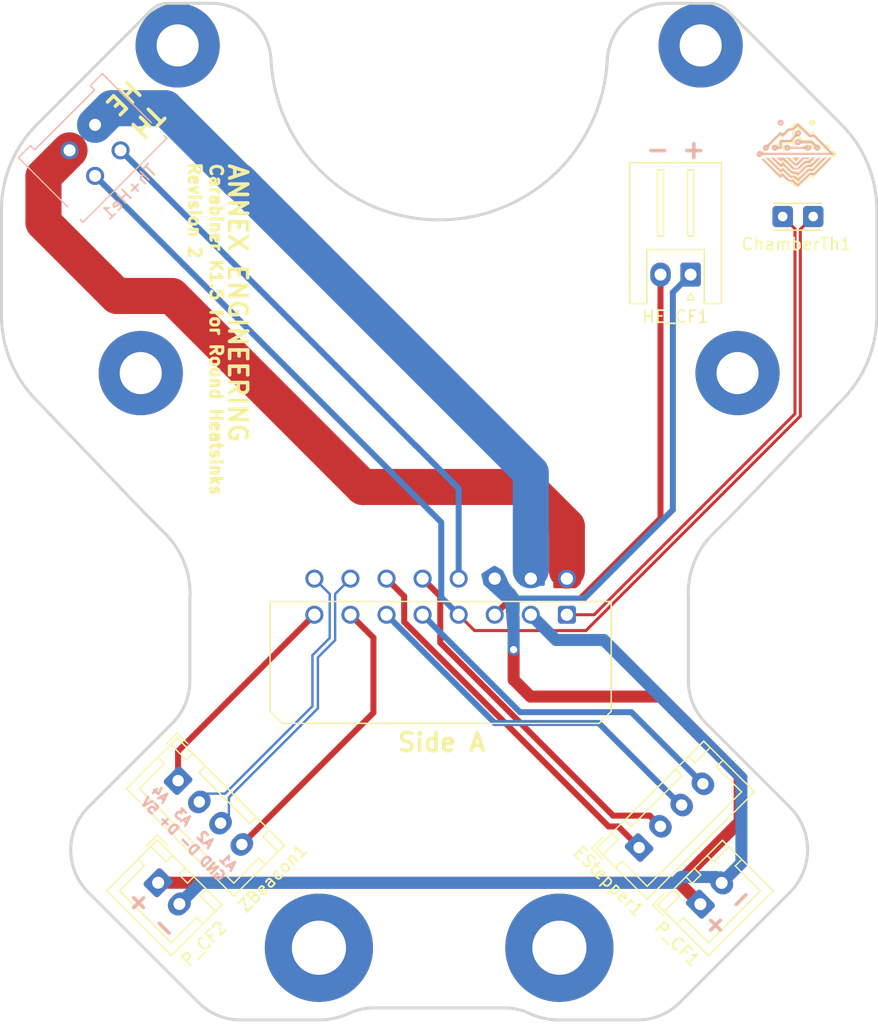
<source format=kicad_pcb>
(kicad_pcb (version 20211014) (generator pcbnew)
  (layers (0 "F.Cu" signal) (31 "B.Cu" signal) (34 "B.Paste" user) (35 "F.Paste" user) (36 "B.SilkS" user "B.Silkscreen") (37 "F.SilkS" user "F.Silkscreen") (38 "B.Mask" user) (39 "F.Mask" user) (44 "Edge.Cuts" user))
  (net 0 "")
  (net 1 "AltVolt")
  (net 2 "HotendFanGnd")
  (net 3 "ThChamber")
  (net 4 "PcFanGnd")
  (net 5 "ThCommonGnd")
  (net 6 "Stepper1A")
  (net 7 "Stepper1B")
  (net 8 "A1")
  (net 9 "A4")
  (net 10 "HotendVoltage")
  (net 11 "HotendNeg")
  (net 12 "ThHotend")
  (net 13 "Stepper2B")
  (net 14 "Stepper2A")
  (net 15 "A2-")
  (net 16 "A2+")
  (footprint "Connector_JST:JST_XH_B2B-XH-A_1x02_P2.50mm_Vertical" (layer "F.Cu") (at 38.735 104.775 -45)
    (fp_text reference "P_CF2" (at 6.286179 0.898026 225) (layer "F.SilkS"))
    (fp_text value "PcFan2")
    (pad "1" thru_hole roundrect (at 0 0 315) (size 1.7 2) (drill 1) (layers *.Cu *.Mask) (roundrect_rratio 0.1470588235) (net 1 "AltVolt"))
    (pad "2" thru_hole oval (at 2.5 0 315) (size 1.7 2) (drill 1) (layers *.Cu *.Mask) (net 4 "PcFanGnd"))
  )
  (footprint "Connector_JST:JST_XH_B4B-XH-A_1x04_P2.50mm_Vertical" (layer "F.Cu") (at 78.74 101.854 45)
    (fp_text reference "EStepper1" (at -3.771708 0.179605 135) (layer "F.SilkS"))
    (fp_text value "E-Stepper")
    (pad "1" thru_hole roundrect (at 0 0 45) (size 1.7 1.95) (drill 0.95) (layers *.Cu *.Mask) (roundrect_rratio 0.1470588235) (net 13 "Stepper2B"))
    (pad "2" thru_hole oval (at 2.5 0 45) (size 1.7 1.95) (drill 0.95) (layers *.Cu *.Mask) (net 14 "Stepper2A"))
    (pad "3" thru_hole oval (at 5 0 45) (size 1.7 1.95) (drill 0.95) (layers *.Cu *.Mask) (net 7 "Stepper1B"))
    (pad "4" thru_hole oval (at 7.5 0 45) (size 1.7 1.95) (drill 0.95) (layers *.Cu *.Mask) (net 6 "Stepper1A"))
  )
  (footprint "Connector_Molex:Molex_Micro-Fit_3.0_43045-1600_2x08_P3.00mm_Horizontal" (layer "F.Cu") (at 72.73 82.5 180)
    (fp_text reference "Carabiner_Input1" hide)
    (fp_text value "MF-Horizontal 43045-1621")
    (pad "" np_thru_hole circle locked (at 2.16 -4.32 180) (size 3 3) (drill 3) (layers *.Cu *.Mask))
    (pad "" np_thru_hole circle locked (at 18.86 -4.32 180) (size 3 3) (drill 3) (layers *.Cu *.Mask))
    (pad "1" thru_hole roundrect locked (at 0 0 180) (size 1.5 1.5) (drill 1.02) (layers *.Cu *.Mask) (roundrect_rratio 0.1666673333) (net 3 "ThChamber"))
    (pad "2" thru_hole circle locked (at 3 0 180) (size 1.5 1.5) (drill 1.02) (layers *.Cu *.Mask) (net 4 "PcFanGnd"))
    (pad "3" thru_hole circle locked (at 6 0 180) (size 1.5 1.5) (drill 1.02) (layers *.Cu *.Mask) (net 2 "HotendFanGnd"))
    (pad "4" thru_hole circle locked (at 9 0 180) (size 1.5 1.5) (drill 1.02) (layers *.Cu *.Mask) (net 5 "ThCommonGnd"))
    (pad "5" thru_hole circle locked (at 12 0 180) (size 1.5 1.5) (drill 1.02) (layers *.Cu *.Mask) (net 6 "Stepper1A"))
    (pad "6" thru_hole circle locked (at 15 0 180) (size 1.5 1.5) (drill 1.02) (layers *.Cu *.Mask) (net 7 "Stepper1B"))
    (pad "7" thru_hole circle locked (at 18 0 180) (size 1.5 1.5) (drill 1.02) (layers *.Cu *.Mask) (net 8 "A1"))
    (pad "8" thru_hole circle locked (at 21 0 180) (size 1.5 1.5) (drill 1.02) (layers *.Cu *.Mask) (net 9 "A4"))
    (pad "9" thru_hole circle locked (at 0 3 180) (size 1.5 1.5) (drill 1.02) (layers *.Cu *.Mask) (net 10 "HotendVoltage"))
    (pad "10" thru_hole circle locked (at 3 3 180) (size 1.5 1.5) (drill 1.02) (layers *.Cu *.Mask) (net 11 "HotendNeg"))
    (pad "11" thru_hole circle locked (at 6 3 180) (size 1.5 1.5) (drill 1.02) (layers *.Cu *.Mask) (net 1 "AltVolt"))
    (pad "12" thru_hole circle locked (at 9 3 180) (size 1.5 1.5) (drill 1.02) (layers *.Cu *.Mask) (net 12 "ThHotend"))
    (pad "13" thru_hole circle locked (at 12 3 180) (size 1.5 1.5) (drill 1.02) (layers *.Cu *.Mask) (net 14 "Stepper2A"))
    (pad "14" thru_hole circle locked (at 15 3 180) (size 1.5 1.5) (drill 1.02) (layers *.Cu *.Mask) (net 13 "Stepper2B"))
    (pad "15" thru_hole circle locked (at 18 3 180) (size 1.5 1.5) (drill 1.02) (layers *.Cu *.Mask) (net 15 "A2-"))
    (pad "16" thru_hole circle locked (at 21 3 180) (size 1.5 1.5) (drill 1.02) (layers *.Cu *.Mask) (net 16 "A2+"))
  )
  (footprint "Annex:0603_to_1206_THT" (layer "F.Cu") (at 91.948 49.403)
    (fp_text reference "ChamberTh1" (at -0.127 2.286) (layer "F.SilkS"))
    (fp_text value "Thermistor")
    (pad "1" thru_hole roundrect locked (at -1.27 0) (size 1.7 1.75) (drill 0.8) (layers *.Cu *.Mask) (roundrect_rratio 0.175) (net 3 "ThChamber"))
    (pad "2" thru_hole roundrect locked (at 1.27 0) (size 1.7 1.75) (drill 0.8) (layers *.Cu *.Mask) (roundrect_rratio 0.175) (net 5 "ThCommonGnd"))
  )
  (footprint "MountingHole:MountingHole_3.5mm_Pad" (layer "F.Cu") (at 37.287074 62.414644)
    (fp_text reference "H5" hide)
    (fp_text value "MountingHole")
    (pad "1" thru_hole circle (at 0 0) (size 7 7) (drill 3.5) (layers *.Cu *.Mask))
  )
  (footprint "MountingHole:MountingHole_4.5mm_Pad" (layer "F.Cu") (at 52.106522 110.180268)
    (fp_text reference "H1" hide)
    (fp_text value "MountingHole")
    (pad "1" thru_hole circle (at 0 0) (size 9 9) (drill 4.5) (layers *.Cu *.Mask))
  )
  (footprint "MountingHole:MountingHole_3.5mm_Pad" (layer "F.Cu") (at 86.92597 62.414644)
    (fp_text reference "H4" hide)
    (fp_text value "MountingHole")
    (pad "1" thru_hole circle (at 0 0) (size 7 7) (drill 3.5) (layers *.Cu *.Mask))
  )
  (footprint "MountingHole:MountingHole_3.5mm_Pad" (layer "F.Cu") (at 83.856522 35.180268)
    (fp_text reference "H3" hide)
    (fp_text value "MountingHole")
    (pad "1" thru_hole circle (at 0 0) (size 7 7) (drill 3.5) (layers *.Cu *.Mask))
  )
  (footprint "MountingHole:MountingHole_3.5mm_Pad" (layer "F.Cu") (at 40.356522 35.180268)
    (fp_text reference "H6" hide)
    (fp_text value "MountingHole")
    (pad "1" thru_hole circle (at 0 0) (size 7 7) (drill 3.5) (layers *.Cu *.Mask))
  )
  (footprint "Connector_JST:JST_XH_B4B-XH-A_1x04_P2.50mm_Vertical" (layer "F.Cu") (at 40.391581 96.291119 -45)
    (fp_text reference "ZBeacon1" (at 11.293415 0.16579 45) (layer "F.SilkS"))
    (fp_text value "Probe")
    (pad "1" thru_hole roundrect (at 0 0 315) (size 1.7 1.95) (drill 0.95) (layers *.Cu *.Mask) (roundrect_rratio 0.1470588235) (net 9 "A4"))
    (pad "2" thru_hole oval (at 2.5 0 315) (size 1.7 1.95) (drill 0.95) (layers *.Cu *.Mask) (net 16 "A2+"))
    (pad "3" thru_hole oval (at 5 0 315) (size 1.7 1.95) (drill 0.95) (layers *.Cu *.Mask) (net 15 "A2-"))
    (pad "4" thru_hole oval (at 7.5 0 315) (size 1.7 1.95) (drill 0.95) (layers *.Cu *.Mask) (net 8 "A1"))
  )
  (footprint "MountingHole:MountingHole_4.5mm_Pad" (layer "F.Cu") (at 72.106522 110.180268)
    (fp_text reference "H2" hide)
    (fp_text value "MountingHole")
    (pad "1" thru_hole circle (at 0 0) (size 9 9) (drill 4.5) (layers *.Cu *.Mask))
  )
  (footprint "Connector_JST:JST_XH_S2B-XH-A_1x02_P2.50mm_Horizontal" (layer "F.Cu") (at 83.018 54.229 180)
    (fp_text reference "HE_CF1" (at 1.25 -3.5) (layer "F.SilkS"))
    (fp_text value "HotendFan")
    (pad "1" thru_hole roundrect (at 0 0 180) (size 1.7 2) (drill 1) (layers *.Cu *.Mask) (roundrect_rratio 0.1470588235) (net 1 "AltVolt"))
    (pad "2" thru_hole oval (at 2.5 0 180) (size 1.7 2) (drill 1) (layers *.Cu *.Mask) (net 2 "HotendFanGnd"))
  )
  (footprint "Connector_JST:JST_XH_B2B-XH-A_1x02_P2.50mm_Vertical" (layer "F.Cu") (at 83.834886 106.557653 45)
    (fp_text reference "P_CF1" (at -3.689141 0.974012 135) (layer "F.SilkS"))
    (fp_text value "PcFan1")
    (pad "1" thru_hole roundrect (at 0 0 45) (size 1.7 2) (drill 1) (layers *.Cu *.Mask) (roundrect_rratio 0.1470588235) (net 1 "AltVolt"))
    (pad "2" thru_hole oval (at 2.5 0 45) (size 1.7 2) (drill 1) (layers *.Cu *.Mask) (net 4 "PcFanGnd"))
  )
  (footprint "ANNEX:AnnexLogoFSilk" (layer "F.Cu") (at 91.948 44.196)
    (fp_text reference "LOGO2" hide)
    (fp_text value "Logo_Open_Hardware_Small" hide)
  )
  (footprint "ANNEX:AnnexLogoFSilk" (layer "B.Cu") (at 91.694 44.196 180)
    (fp_text reference "LOGO1" hide)
    (fp_text value "Logo_Open_Hardware_Small" hide)
  )
  (footprint "Connector_Molex:Molex_Micro-Fit_3.0_43045-0412_2x02_P3.00mm_Vertical" (layer "B.Cu") (at 33.488551 41.781231 -135)
    (fp_text reference "Th+He1" (at 1.949013 -5.956115 45) (layer "B.SilkS") (effects (justify mirror)))
    (fp_text value "HE/PT1000 MF 206832-0401")
    (pad "" np_thru_hole circle (at 6 -3.94 225) (size 1 1) (drill 1) (layers *.Cu *.Mask))
    (pad "" np_thru_hole circle (at -3 -3.94 225) (size 1 1) (drill 1) (layers *.Cu *.Mask))
    (pad "1" thru_hole roundrect (at 0 0 225) (size 1.5 1.5) (drill 1) (layers *.Cu *.Mask) (roundrect_rratio 0.1666673333) (net 11 "HotendNeg"))
    (pad "2" thru_hole circle (at 3 0 225) (size 1.5 1.5) (drill 1) (layers *.Cu *.Mask) (net 10 "HotendVoltage"))
    (pad "3" thru_hole circle (at 0 -3 225) (size 1.5 1.5) (drill 1) (layers *.Cu *.Mask) (net 12 "ThHotend"))
    (pad "4" thru_hole circle (at 3 -3 225) (size 1.5 1.5) (drill 1) (layers *.Cu *.Mask) (net 5 "ThCommonGnd"))
  )
  (gr_arc (start 28.491708 64.549428) (mid 26.428911 61.356836) (end 25.706522 57.625089) (layer "Edge.Cuts") (width 0.25))
  (gr_arc (start 91.284523 98.502598) (mid 92.748987 102.038131) (end 91.284523 105.573666) (layer "Edge.Cuts") (width 0.25))
  (gr_arc (start 45.60619 116.180268) (mid 43.692773 115.799666) (end 42.070656 114.715802) (layer "Edge.Cuts") (width 0.25))
  (gr_line (start 86.070736 32.266054) (end 95.57759 41.772909) (layer "Edge.Cuts") (width 0.25))
  (gr_arc (start 98.506522 57.625089) (mid 97.784126 61.356831) (end 95.721336 64.549428) (layer "Edge.Cuts") (width 0.25))
  (gr_arc (start 43.132856 31.680268) (mid 46.574092 33.052887) (end 48.125926 36.41711) (layer "Edge.Cuts") (width 0.25))
  (gr_line (start 37.634954 74.076232) (end 28.491708 64.549428) (layer "Edge.Cuts") (width 0.25))
  (gr_line (start 82.840501 87.987508) (end 82.840501 81.192672) (layer "Edge.Cuts") (width 0.25))
  (gr_line (start 91.284523 98.502598) (end 84.304967 91.523042) (layer "Edge.Cuts") (width 0.25))
  (gr_arc (start 95.57759 41.772909) (mid 97.745314 45.017143) (end 98.506522 48.843976) (layer "Edge.Cuts") (width 0.25))
  (gr_arc (start 82.840501 81.192672) (mid 83.272668 78.265829) (end 84.87536 75.778962) (layer "Edge.Cuts") (width 0.25))
  (gr_line (start 43.132856 31.680268) (end 39.556522 31.680268) (layer "Edge.Cuts") (width 0.25))
  (gr_arc (start 39.337684 75.778962) (mid 40.940361 78.265839) (end 41.372543 81.192672) (layer "Edge.Cuts") (width 0.25))
  (gr_arc (start 72.106522 116.180268) (mid 70.827317 116.042318) (end 69.606935 115.634813) (layer "Edge.Cuts") (width 0.25))
  (gr_arc (start 82.142388 114.715802) (mid 80.520273 115.799676) (end 78.606854 116.180268) (layer "Edge.Cuts") (width 0.25))
  (gr_arc (start 38.142308 32.266054) (mid 38.791155 31.832509) (end 39.556522 31.680268) (layer "Edge.Cuts") (width 0.25))
  (gr_arc (start 76.087118 36.41711) (mid 77.638952 33.052885) (end 81.080188 31.680268) (layer "Edge.Cuts") (width 0.25))
  (gr_line (start 42.070656 114.715802) (end 32.928521 105.573666) (layer "Edge.Cuts") (width 0.25))
  (gr_line (start 98.506522 48.843976) (end 98.506522 57.625089) (layer "Edge.Cuts") (width 0.25))
  (gr_line (start 32.928521 98.502598) (end 39.908077 91.523042) (layer "Edge.Cuts") (width 0.25))
  (gr_arc (start 67.523946 115.180268) (mid 68.589948 115.295231) (end 69.606935 115.634813) (layer "Edge.Cuts") (width 0.25))
  (gr_line (start 52.106522 116.180268) (end 45.60619 116.180268) (layer "Edge.Cuts") (width 0.25))
  (gr_arc (start 84.656522 31.680268) (mid 85.421889 31.832509) (end 86.070736 32.266054) (layer "Edge.Cuts") (width 0.25))
  (gr_arc (start 41.372543 87.987508) (mid 40.991941 89.900925) (end 39.908077 91.523042) (layer "Edge.Cuts") (width 0.25))
  (gr_line (start 84.656522 31.680268) (end 81.080188 31.680268) (layer "Edge.Cuts") (width 0.25))
  (gr_line (start 41.372543 87.987508) (end 41.372543 81.192672) (layer "Edge.Cuts") (width 0.25))
  (gr_line (start 86.656522 73.99451) (end 86.656522 73.9978) (layer "Edge.Cuts") (width 0.25))
  (gr_arc (start 76.087118 36.41711) (mid 62.106522 49.680268) (end 48.125926 36.41711) (layer "Edge.Cuts") (width 0.25))
  (gr_arc (start 84.304967 91.523042) (mid 83.221103 89.900925) (end 82.840501 87.987508) (layer "Edge.Cuts") (width 0.25))
  (gr_line (start 86.656522 73.99451) (end 95.721336 64.549428) (layer "Edge.Cuts") (width 0.25))
  (gr_line (start 39.337684 75.778962) (end 37.634954 74.076232) (layer "Edge.Cuts") (width 0.25))
  (gr_line (start 25.706522 48.843976) (end 25.706522 57.625089) (layer "Edge.Cuts") (width 0.25))
  (gr_line (start 38.142308 32.266054) (end 28.635454 41.772909) (layer "Edge.Cuts") (width 0.25))
  (gr_arc (start 32.928521 105.573666) (mid 31.464055 102.038132) (end 32.928521 98.502598) (layer "Edge.Cuts") (width 0.25))
  (gr_arc (start 54.606109 115.634813) (mid 55.623094 115.295225) (end 56.689098 115.180268) (layer "Edge.Cuts") (width 0.25))
  (gr_line (start 72.106522 116.180268) (end 78.606854 116.180268) (layer "Edge.Cuts") (width 0.25))
  (gr_line (start 84.87536 75.778962) (end 86.656522 73.9978) (layer "Edge.Cuts") (width 0.25))
  (gr_arc (start 54.606109 115.634813) (mid 53.385726 116.042318) (end 52.106522 116.180268) (layer "Edge.Cuts") (width 0.25))
  (gr_line (start 67.523946 115.180268) (end 56.689098 115.180268) (layer "Edge.Cuts") (width 0.25))
  (gr_line (start 82.142388 114.715802) (end 91.284523 105.573666) (layer "Edge.Cuts") (width 0.25))
  (gr_arc (start 25.706522 48.843976) (mid 26.467727 45.017142) (end 28.635454 41.772909) (layer "Edge.Cuts") (width 0.25))
  (gr_text "+ -" (at 86.233 107.315 225) (layer "B.SilkS") (effects (font (size 1.5 1.5) (thickness 0.3)) (justify mirror)))
  (gr_text "+ -" (at 38.1 107.569 135) (layer "B.SilkS") (effects (font (size 1.5 1.5) (thickness 0.3)) (justify mirror)))
  (gr_text "+ -" (at 81.788 43.815) (layer "B.SilkS") (effects (font (size 1.5 1.5) (thickness 0.3)) (justify mirror)))
  (gr_text "A1  A2  A3  A4\nGND D- D+ 5V" (at 41.275 100.711 315) (layer "B.SilkS") (effects (font (size 0.8 0.8) (thickness 0.2)) (justify mirror)))
  (gr_text "HE" (at 35.941 39.624 45) (layer "F.SilkS") (effects (font (size 1.5 1.5) (thickness 0.3)) (justify mirror)))
  (gr_text "Revision 2" (at 41.783 48.895 -90) (layer "F.SilkS") (effects (font (size 1 1) (thickness 0.25))))
  (gr_text "ANNEX ENGINEERING" (at 45.36 56.598 -90) (layer "F.SilkS") (effects (font (size 1.5 1.5) (thickness 0.3))))
  (gr_text "Carabiner K1.5 for Round Heatsinks" (at 43.561 58.801 -90) (layer "F.SilkS") (effects (font (size 1 1) (thickness 0.25))))
  (gr_text "Side A" (at 62.31 93.11) (layer "F.SilkS") (effects (font (size 1.5 1.5) (thickness 0.3))))
  (gr_text "TH" (at 37.846 41.529 225) (layer "F.SilkS") (effects (font (size 1.5 1.5) (thickness 0.3))))
  (segment (start 87.1 95.9) (end 87.1 99.7) (width 1) (layer "F.Cu") (net 1))
  (segment (start 69.7 89.3) (end 80.5 89.3) (width 1) (layer "F.Cu") (net 1))
  (segment (start 82.052233 104.747767) (end 87.1 99.7) (width 1) (layer "F.Cu") (net 1))
  (segment (start 68.3 85.4) (end 68.3 87.9) (width 1) (layer "F.Cu") (net 1))
  (segment (start 68.3 87.9) (end 69.7 89.3) (width 1) (layer "F.Cu") (net 1))
  (segment (start 82.052233 104.775) (end 38.735 104.775) (width 1) (layer "F.Cu") (net 1))
  (segment (start 83.834886 106.557653) (end 82.052233 104.775) (width 1) (layer "F.Cu") (net 1))
  (segment (start 80.5 89.3) (end 87.1 95.9) (width 1) (layer "F.Cu") (net 1))
  (segment (start 82.052233 104.775) (end 82.052233 104.747767) (width 1) (layer "F.Cu") (net 1))
  (via (at 68.3 85.4) (size 1) (drill 0.6) (layers "F.Cu" "B.Cu") (net 1))
  (segment (start 68.383 81.153) (end 74.168 81.153) (width 0.5) (layer "B.Cu") (net 1))
  (segment (start 81.545 73.776) (end 81.545 55.702) (width 0.5) (layer "B.Cu") (net 1))
  (segment (start 66.73 79.5) (end 68.383 81.153) (width 0.5) (layer "B.Cu") (net 1))
  (segment (start 74.168 81.153) (end 81.545 73.776) (width 0.5) (layer "B.Cu") (net 1))
  (segment (start 68.3 85.4) (end 68.3 83.8) (width 1) (layer "B.Cu") (net 1))
  (segment (start 81.545 55.702) (end 83.018 54.229) (width 0.5) (layer "B.Cu") (net 1))
  (segment (start 68.03 81.2) (end 73.8 81.2) (width 0.5) (layer "F.Cu") (net 2))
  (segment (start 80.518 74.482) (end 80.518 54.229) (width 0.5) (layer "F.Cu") (net 2))
  (segment (start 66.73 82.5) (end 68.03 81.2) (width 0.5) (layer "F.Cu") (net 2))
  (segment (start 73.8 81.2) (end 80.518 74.482) (width 0.5) (layer "F.Cu") (net 2))
  (segment (start 91.7 65.8) (end 91.7 50.425) (width 0.25) (layer "F.Cu") (net 3))
  (segment (start 75 82.5) (end 91.7 65.8) (width 0.25) (layer "F.Cu") (net 3))
  (segment (start 91.7 50.425) (end 90.678 49.403) (width 0.25) (layer "F.Cu") (net 3))
  (segment (start 72.73 82.5) (end 75 82.5) (width 0.25) (layer "F.Cu") (net 3))
  (segment (start 82.2 104.3) (end 85.112767 104.3) (width 1) (layer "B.Cu") (net 4))
  (segment (start 87.246269 96.046269) (end 75.8 84.6) (width 1) (layer "B.Cu") (net 4))
  (segment (start 81.710114 104.789886) (end 82.2 104.3) (width 1) (layer "B.Cu") (net 4))
  (segment (start 42.255648 104.789886) (end 40.502767 106.542767) (width 1) (layer "B.Cu") (net 4))
  (segment (start 87.246269 103.146269) (end 87.246269 96.046269) (width 1) (layer "B.Cu") (net 4))
  (segment (start 85.602653 104.789886) (end 87.246269 103.146269) (width 1) (layer "B.Cu") (net 4))
  (segment (start 42.255648 104.789886) (end 81.710114 104.789886) (width 1) (layer "B.Cu") (net 4))
  (segment (start 85.112767 104.3) (end 85.602653 104.789886) (width 1) (layer "B.Cu") (net 4))
  (segment (start 75.8 84.6) (end 71.83 84.6) (width 1) (layer "B.Cu") (net 4))
  (segment (start 71.83 84.6) (end 69.73 82.5) (width 1) (layer "B.Cu") (net 4))
  (segment (start 74.318198 83.818198) (end 92.15 65.986396) (width 0.25) (layer "F.Cu") (net 5))
  (segment (start 63.73 82.5) (end 65.048198 83.818198) (width 0.25) (layer "F.Cu") (net 5))
  (segment (start 65.048198 83.818198) (end 74.318198 83.818198) (width 0.25) (layer "F.Cu") (net 5))
  (segment (start 92.15 50.471) (end 93.218 49.403) (width 0.25) (layer "F.Cu") (net 5))
  (segment (start 92.15 65.986396) (end 92.15 50.471) (width 0.25) (layer "F.Cu") (net 5))
  (segment (start 62.2808 81.0508) (end 62.2808 74.816121) (width 0.5) (layer "B.Cu") (net 5))
  (segment (start 63.73 82.5) (end 62.2808 81.0508) (width 0.5) (layer "B.Cu") (net 5))
  (segment (start 62.2808 74.816121) (end 33.488551 46.023872) (width 0.5) (layer "B.Cu") (net 5))
  (segment (start 60.73 82.5) (end 68.83 90.6) (width 0.5) (layer "B.Cu") (net 6))
  (segment (start 78.092602 90.6) (end 84.043301 96.550699) (width 0.5) (layer "B.Cu") (net 6))
  (segment (start 68.83 90.6) (end 78.092602 90.6) (width 0.5) (layer "B.Cu") (net 6))
  (segment (start 57.73 82.5) (end 66.73 91.5) (width 0.5) (layer "B.Cu") (net 7))
  (segment (start 82.189466 98.318466) (end 82.275534 98.318466) (width 0.5) (layer "B.Cu") (net 7))
  (segment (start 66.73 91.5) (end 75.371 91.5) (width 0.5) (layer "B.Cu") (net 7))
  (segment (start 75.371 91.5) (end 82.189466 98.318466) (width 0.5) (layer "B.Cu") (net 7))
  (segment (start 45.694882 101.59442) (end 56.642 90.647302) (width 0.5) (layer "F.Cu") (net 8))
  (segment (start 56.642 84.412) (end 54.73 82.5) (width 0.5) (layer "F.Cu") (net 8))
  (segment (start 56.642 90.647302) (end 56.642 84.412) (width 0.5) (layer "F.Cu") (net 8))
  (segment (start 54.73 82.5) (end 54.73 82.88924) (width 0.25) (layer "B.Cu") (net 8))
  (segment (start 40.391581 93.838419) (end 51.73 82.5) (width 0.5) (layer "F.Cu") (net 9))
  (segment (start 40.391581 96.291119) (end 40.391581 93.838419) (width 0.5) (layer "F.Cu") (net 9))
  (segment (start 72.73 75.143) (end 72.73 78.83) (width 3) (layer "F.Cu") (net 10))
  (segment (start 31.367231 43.902551) (end 29.2 46.069782) (width 3) (layer "F.Cu") (net 10))
  (segment (start 55.753 71.882) (end 69.469 71.882) (width 3) (layer "F.Cu") (net 10))
  (segment (start 69.469 71.882) (end 72.73 75.143) (width 3) (layer "F.Cu") (net 10))
  (segment (start 35.306 56.007) (end 39.878 56.007) (width 3) (layer "F.Cu") (net 10))
  (segment (start 39.878 56.007) (end 55.753 71.882) (width 3) (layer "F.Cu") (net 10))
  (segment (start 29.2 46.069782) (end 29.2 49.901) (width 3) (layer "F.Cu") (net 10))
  (segment (start 29.2 49.901) (end 35.306 56.007) (width 3) (layer "F.Cu") (net 10))
  (segment (start 39.345873 40.4) (end 45.4 46.454127) (width 3) (layer "B.Cu") (net 11))
  (segment (start 69.73 70.6952) (end 69.73 78.803) (width 3) (layer "B.Cu") (net 11))
  (segment (start 34.869782 40.4) (end 39.345873 40.4) (width 3) (layer "B.Cu") (net 11))
  (segment (start 33.488551 41.781231) (end 34.869782 40.4) (width 3) (layer "B.Cu") (net 11))
  (segment (start 45.488927 46.454127) (end 69.73 70.6952) (width 3) (layer "B.Cu") (net 11))
  (segment (start 45.4 46.454127) (end 45.488927 46.454127) (width 3) (layer "B.Cu") (net 11))
  (segment (start 60.18572 68.4784) (end 60.198 68.4784) (width 0.5) (layer "B.Cu") (net 12))
  (segment (start 63.73 72.0104) (end 63.73 79.5) (width 0.5) (layer "B.Cu") (net 12))
  (segment (start 35.609871 43.902551) (end 60.18572 68.4784) (width 0.5) (layer "B.Cu") (net 12))
  (segment (start 60.198 68.4784) (end 63.73 72.0104) (width 0.5) (layer "B.Cu") (net 12))
  (segment (start 78.74 101.854) (end 78.74 101.84) (width 0.5) (layer "F.Cu") (net 13))
  (segment (start 78.74 101.84) (end 77 100.1) (width 0.5) (layer "F.Cu") (net 13))
  (segment (start 59.2 80.97) (end 57.73 79.5) (width 0.5) (layer "F.Cu") (net 13))
  (segment (start 76.2 100.1) (end 59.2 83.1) (width 0.5) (layer "F.Cu") (net 13))
  (segment (start 77 100.1) (end 76.2 100.1) (width 0.5) (layer "F.Cu") (net 13))
  (segment (start 59.2 83.1) (end 59.2 80.97) (width 0.5) (layer "F.Cu") (net 13))
  (segment (start 62.2 84.827208) (end 76.572792 99.2) (width 0.5) (layer "F.Cu") (net 14))
  (segment (start 76.572792 99.2) (end 79.621534 99.2) (width 0.5) (layer "F.Cu") (net 14))
  (segment (start 62.2 80.97) (end 62.2 84.827208) (width 0.5) (layer "F.Cu") (net 14))
  (segment (start 79.621534 99.2) (end 80.507767 100.086233) (width 0.5) (layer "F.Cu") (net 14))
  (segment (start 60.73 79.5) (end 62.2 80.97) (width 0.5) (layer "F.Cu") (net 14))
  (segment (start 52.019999 90.284199) (end 44.616544 97.687654) (width 0.2) (layer "B.Cu") (net 15))
  (segment (start 54.73 79.5) (end 53.455001 80.774999) (width 0.2) (layer "B.Cu") (net 15))
  (segment (start 43.927115 99.826653) (end 44.616544 99.137224) (width 0.2) (layer "B.Cu") (net 15))
  (segment (start 44.616544 97.687654) (end 44.616544 99.137224) (width 0.2) (layer "B.Cu") (net 15))
  (segment (start 53.455001 80.774999) (end 53.455001 84.618702) (width 0.2) (layer "B.Cu") (net 15))
  (segment (start 52.019999 86.053704) (end 52.019999 90.284199) (width 0.2) (layer "B.Cu") (net 15))
  (segment (start 53.455001 84.618702) (end 52.019999 86.053704) (width 0.2) (layer "B.Cu") (net 15))
  (segment (start 44.298347 97.369457) (end 42.848777 97.369457) (width 0.2) (layer "B.Cu") (net 16))
  (segment (start 51.73 79.5) (end 53.004999 80.774999) (width 0.2) (layer "B.Cu") (net 16))
  (segment (start 53.004999 80.774999) (end 53.004999 84.432335) (width 0.2) (layer "B.Cu") (net 16))
  (segment (start 51.570018 90.097786) (end 44.298347 97.369457) (width 0.2) (layer "B.Cu") (net 16))
  (segment (start 42.848777 97.369457) (end 42.159348 98.058886) (width 0.2) (layer "B.Cu") (net 16))
  (segment (start 53.004999 84.432335) (end 51.570018 85.867316) (width 0.2) (layer "B.Cu") (net 16))
  (segment (start 51.570018 85.867316) (end 51.570018 90.097786) (width 0.2) (layer "B.Cu") (net 16))
  (zone (net 10) (net_name "HotendVoltage") (layer "F.Cu") (connect_pads yes (clearance 0.508)) (min_thickness 0.254) (fill yes (thermal_gap 0.508) (thermal_bridge_width 1.016))
    (polygon (pts (xy 73.9 80.3) (xy 71.6 80.3) (xy 71.6 77.1) (xy 73.9 77.1)))
  )
  (zone (net 1) (net_name "AltVolt") (layer "B.Cu") (priority 1) (connect_pads yes (clearance 0.2)) (min_thickness 0.254) (fill yes (thermal_gap 0.508) (thermal_bridge_width 1.016))
    (polygon (pts (xy 67.4 78.8) (xy 67.7 79.4) (xy 68.8 81) (xy 68.8 84) (xy 68.6 84.5) (xy 67.800189 83.895661) (xy 67.6 81.6) (xy 67 81.1) (xy 65.8 80) (xy 65.6 79.1) (xy 66.7 78.4)))
  )
  (zone (net 11) (net_name "HotendNeg") (layer "B.Cu") (connect_pads yes (clearance 0.6)) (min_thickness 0.254) (fill yes (thermal_gap 0.508) (thermal_bridge_width 1.016))
    (polygon (pts (xy 70.9 80.1) (xy 68.6 80.1) (xy 68.6 76.9) (xy 70.9 76.9)))
  )
)
</source>
